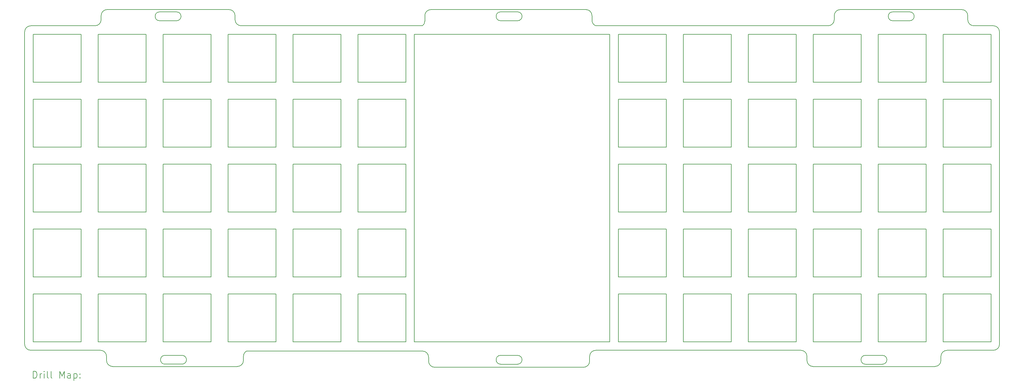
<source format=gbr>
%TF.GenerationSoftware,KiCad,Pcbnew,(6.0.10)*%
%TF.CreationDate,2023-11-27T13:54:31-05:00*%
%TF.ProjectId,tofu60-plate,746f6675-3630-42d7-906c-6174652e6b69,rev?*%
%TF.SameCoordinates,Original*%
%TF.FileFunction,Drillmap*%
%TF.FilePolarity,Positive*%
%FSLAX45Y45*%
G04 Gerber Fmt 4.5, Leading zero omitted, Abs format (unit mm)*
G04 Created by KiCad (PCBNEW (6.0.10)) date 2023-11-27 13:54:31*
%MOMM*%
%LPD*%
G01*
G04 APERTURE LIST*
%ADD10C,0.150000*%
%ADD11C,0.200000*%
G04 APERTURE END LIST*
D10*
X21907817Y-5000695D02*
G75*
G03*
X21976091Y-4860242I-110337J140455D01*
G01*
X29054364Y-5250708D02*
X29054364Y-6655645D01*
X30959402Y-9060724D02*
X30959378Y-10465655D01*
X35269506Y-12870652D02*
X36674443Y-12870634D01*
X20014520Y-14275641D02*
X20014520Y-12870628D01*
X12394441Y-7155716D02*
X13799402Y-7155716D01*
X27649450Y-9060724D02*
X29054364Y-9060724D01*
X10489450Y-10465661D02*
X10489450Y-9060724D01*
X29554441Y-12370669D02*
X29554441Y-10965732D01*
X37290915Y-14525604D02*
G75*
G03*
X37112314Y-14704202I-5J-178596D01*
G01*
X22154691Y-4524441D02*
G75*
G03*
X21976091Y-4703043I-1J-178599D01*
G01*
X14299478Y-14275641D02*
X14299478Y-12870701D01*
X11894364Y-9060724D02*
X11894364Y-10465661D01*
X31459478Y-12370669D02*
X31459478Y-10965732D01*
X16410938Y-4822092D02*
G75*
G03*
X16589666Y-5000692I178602J2D01*
G01*
X11894364Y-12370669D02*
X10489450Y-12370669D01*
X22086410Y-14845430D02*
G75*
G03*
X22265016Y-15024030I178610J10D01*
G01*
X27649450Y-10965732D02*
X29054364Y-10965732D01*
X31459478Y-5250708D02*
X32864416Y-5250708D01*
X16656543Y-14822960D02*
X16656543Y-14704097D01*
X14299478Y-10965732D02*
X15704416Y-10965732D01*
X36197816Y-4852878D02*
G75*
G03*
X36197816Y-4592882I4J129998D01*
G01*
X37174520Y-12370669D02*
X37174520Y-10965732D01*
X17609406Y-12370652D02*
X16204492Y-12370669D01*
X27649450Y-12370669D02*
X27649450Y-10965732D01*
X37898393Y-4822637D02*
G75*
G03*
X38090916Y-5000694I178607J7D01*
G01*
X32864416Y-10965732D02*
X32864392Y-12370657D01*
X34769430Y-12870658D02*
X34769430Y-14275641D01*
X15704392Y-8560642D02*
X14299478Y-8560653D01*
X20014520Y-7155716D02*
X20014520Y-8560653D01*
X11894364Y-10965732D02*
X11894364Y-12370669D01*
X36674443Y-9060724D02*
X36674420Y-10465638D01*
X10418298Y-5000691D02*
X12303466Y-5000691D01*
X21419457Y-5250708D02*
X21419434Y-6655616D01*
X14299478Y-8560653D02*
X14299478Y-7155716D01*
X14355315Y-14673249D02*
G75*
G03*
X14355315Y-14933251I5J-130001D01*
G01*
X37898396Y-4703045D02*
G75*
G03*
X37719796Y-4524445I-178596J5D01*
G01*
X12394441Y-10465661D02*
X12394441Y-9060724D01*
X17609430Y-12870658D02*
X17609430Y-14275641D01*
X27649450Y-12870750D02*
X29054364Y-12870712D01*
X19514443Y-7155716D02*
X19514420Y-8560630D01*
X24197816Y-4852879D02*
X24697816Y-4852879D01*
X22086412Y-14726568D02*
G75*
G03*
X21907815Y-14547968I-178592J8D01*
G01*
X34161916Y-4524444D02*
X37719796Y-4524445D01*
X18109506Y-10465661D02*
X18109506Y-9060724D01*
X27649450Y-14275641D02*
X27649450Y-12870750D01*
X29554441Y-9060724D02*
X30959402Y-9060724D01*
X13799402Y-9060724D02*
X13799378Y-10465655D01*
X17609406Y-6655628D02*
X16204492Y-6655645D01*
X11894364Y-14275641D02*
X10489450Y-14275641D01*
X29054364Y-6655645D02*
X27649450Y-6655645D01*
X38579457Y-12870610D02*
X38579457Y-14275641D01*
X27649450Y-10465661D02*
X27649450Y-9060724D01*
X14696566Y-4852882D02*
G75*
G03*
X14696566Y-4592879I4J130002D01*
G01*
X10239690Y-14346717D02*
G75*
G03*
X10418293Y-14525310I178610J17D01*
G01*
X14196566Y-4592879D02*
X14696566Y-4592879D01*
X19514443Y-5250708D02*
X19514420Y-6655622D01*
X18109506Y-9060724D02*
X19514443Y-9060724D01*
X15704392Y-10465650D02*
X14299478Y-10465661D01*
X35697816Y-4592878D02*
G75*
G03*
X35697816Y-4852882I4J-130002D01*
G01*
X37174520Y-9060724D02*
X38579457Y-9060724D01*
X12394441Y-8560653D02*
X12394441Y-7155716D01*
X29554441Y-8560653D02*
X29554441Y-7155716D01*
X34769430Y-14275641D02*
X33364492Y-14275641D01*
X33361914Y-15001559D02*
X36933714Y-15001559D01*
X13799378Y-12370663D02*
X12394441Y-12370669D01*
X15704416Y-10965732D02*
X15704392Y-12370657D01*
X35697816Y-4592882D02*
X36197816Y-4592882D01*
X24197816Y-4592882D02*
G75*
G03*
X24197816Y-4852879I4J-129999D01*
G01*
X34161916Y-4524436D02*
G75*
G03*
X33983316Y-4703044I-6J-178594D01*
G01*
X35269506Y-14275641D02*
X35269506Y-12870652D01*
X22154691Y-4524443D02*
X26699676Y-4524443D01*
X14299478Y-7155716D02*
X15704416Y-7155716D01*
X33364492Y-12370669D02*
X33364492Y-10965732D01*
X29054364Y-8560653D02*
X27649450Y-8560653D01*
X14196566Y-4592882D02*
G75*
G03*
X14196566Y-4852879I4J-129999D01*
G01*
X19514443Y-10965732D02*
X19514420Y-12370646D01*
X29054364Y-9060724D02*
X29054364Y-10465661D01*
X31459478Y-6655645D02*
X31459478Y-5250708D01*
X20014520Y-12370669D02*
X20014520Y-10965732D01*
X32864416Y-12870683D02*
X32864416Y-14275641D01*
X20014520Y-9060724D02*
X21419457Y-9060724D01*
X10489450Y-6655645D02*
X10489450Y-5250708D01*
X10489450Y-9060724D02*
X11894364Y-9060724D01*
X13799402Y-12870707D02*
X13799402Y-14275641D01*
X29054364Y-14275641D02*
X27649450Y-14275641D01*
X26809214Y-14845430D02*
X26809214Y-14704121D01*
X21419434Y-8560624D02*
X20014520Y-8560653D01*
X38579434Y-6655616D02*
X37174520Y-6655645D01*
X14196566Y-4852879D02*
X14696566Y-4852879D01*
X14299478Y-6655645D02*
X14299478Y-5250708D01*
X15704392Y-12370657D02*
X14299478Y-12370669D01*
X33364492Y-9060724D02*
X34769430Y-9060724D01*
X38829399Y-5179300D02*
G75*
G03*
X38650784Y-5000691I-178619J-10D01*
G01*
X16204492Y-12370669D02*
X16204492Y-10965732D01*
X19514420Y-12370646D02*
X18109506Y-12370669D01*
X33364492Y-12870677D02*
X34769430Y-12870658D01*
X24197815Y-14673547D02*
X24697815Y-14673547D01*
X21419434Y-10465632D02*
X20014520Y-10465661D01*
X11894364Y-5250708D02*
X11894364Y-6655645D01*
X37174520Y-10965732D02*
X38579457Y-10965732D01*
X34769406Y-6655628D02*
X33364492Y-6655645D01*
X18109506Y-12370669D02*
X18109506Y-10965732D01*
X38579457Y-10965732D02*
X38579434Y-12370640D01*
X33983316Y-4703044D02*
X33983316Y-4822094D01*
X31459478Y-14275641D02*
X31459478Y-12870701D01*
X12394441Y-5250708D02*
X13799402Y-5250708D01*
X16748415Y-14547968D02*
X21907815Y-14547968D01*
X24197815Y-14673553D02*
G75*
G03*
X24197815Y-14933547I5J-129997D01*
G01*
X19514420Y-6655622D02*
X18109506Y-6655645D01*
X13799402Y-10965732D02*
X13799378Y-12370663D01*
X16204492Y-9060724D02*
X17609430Y-9060724D01*
X30959402Y-7155716D02*
X30959378Y-8560647D01*
X10489450Y-7155716D02*
X11894364Y-7155716D01*
X20014520Y-7155716D02*
X21419457Y-7155716D01*
X27649450Y-5250708D02*
X29054364Y-5250708D01*
X27399690Y-5250708D02*
X27399690Y-14275641D01*
X33804716Y-5000686D02*
G75*
G03*
X33983316Y-4822094I-6J178606D01*
G01*
X33183314Y-14822959D02*
X33183314Y-14704158D01*
X30959402Y-12870707D02*
X30959402Y-14275641D01*
X35269506Y-7155716D02*
X36674443Y-7155716D01*
X21419434Y-12370640D02*
X20014520Y-12370669D01*
X13799378Y-6655639D02*
X12394441Y-6655645D01*
X33364492Y-10465661D02*
X33364492Y-9060724D01*
X34897815Y-14673871D02*
X35397815Y-14673871D01*
X36674443Y-12870634D02*
X36674443Y-14275641D01*
X38579457Y-5250708D02*
X38579434Y-6655616D01*
X13799378Y-8560647D02*
X12394441Y-8560653D01*
X26878270Y-4835985D02*
G75*
G03*
X26987816Y-5000693I178620J15D01*
G01*
X30959378Y-6655639D02*
X29554441Y-6655645D01*
X20014520Y-6655645D02*
X20014520Y-5250708D01*
X13799402Y-7155716D02*
X13799378Y-8560647D01*
X33183312Y-14704158D02*
G75*
G03*
X33004715Y-14525558I-178602J-2D01*
G01*
X12394441Y-12370669D02*
X12394441Y-10965732D01*
X30959378Y-8560647D02*
X29554441Y-8560653D01*
X14299478Y-10465661D02*
X14299478Y-9060724D01*
X37174520Y-12870628D02*
X38579457Y-12870610D01*
X30959402Y-14275641D02*
X29554441Y-14275641D01*
X20014520Y-5250708D02*
X21419457Y-5250708D01*
X18109506Y-10965732D02*
X19514443Y-10965732D01*
X21669393Y-5250708D02*
X27399690Y-5250708D01*
X20014520Y-10965732D02*
X21419457Y-10965732D01*
X33364492Y-7155716D02*
X34769430Y-7155716D01*
X36674420Y-10465638D02*
X35269506Y-10465661D01*
X37174520Y-8560653D02*
X37174520Y-7155716D01*
X13799402Y-5250708D02*
X13799378Y-6655639D01*
X14299478Y-5250708D02*
X15704416Y-5250708D01*
X37174520Y-6655645D02*
X37174520Y-5250708D01*
X33364492Y-6655645D02*
X33364492Y-5250708D01*
X35269506Y-5250708D02*
X36674443Y-5250708D01*
X32864416Y-9060724D02*
X32864392Y-10465650D01*
X15704416Y-7155716D02*
X15704392Y-8560642D01*
X14299478Y-12370669D02*
X14299478Y-10965732D01*
X36933714Y-15001554D02*
G75*
G03*
X37112314Y-14822959I6J178594D01*
G01*
X27649450Y-8560653D02*
X27649450Y-7155716D01*
X17609430Y-5250708D02*
X17609406Y-6655628D01*
X21419457Y-7155716D02*
X21419434Y-8560624D01*
X21419457Y-14275641D02*
X20014520Y-14275641D01*
X10239690Y-14346717D02*
X10239691Y-5179300D01*
X16204492Y-14275641D02*
X16204492Y-12870677D01*
X36674443Y-5250708D02*
X36674420Y-6655622D01*
X12640806Y-14703974D02*
G75*
G03*
X12462215Y-14525374I-178596J4D01*
G01*
X34769406Y-12370652D02*
X33364492Y-12370669D01*
X12394441Y-14275641D02*
X12394441Y-12870707D01*
X36674420Y-8560630D02*
X35269506Y-8560653D01*
X14299478Y-12870701D02*
X15704416Y-12870683D01*
X38579457Y-7155716D02*
X38579434Y-8560624D01*
X31459478Y-9060724D02*
X32864416Y-9060724D01*
X36674420Y-12370646D02*
X35269506Y-12370669D01*
X19514443Y-12870634D02*
X19514443Y-14275641D01*
X33364492Y-10965732D02*
X34769430Y-10965732D01*
X35697816Y-4852882D02*
X36197816Y-4852882D01*
X12394441Y-12870707D02*
X13799402Y-12870707D01*
X37898396Y-4703045D02*
X37898396Y-4822637D01*
X38579434Y-8560624D02*
X37174520Y-8560653D01*
X33364492Y-5250708D02*
X34769430Y-5250708D01*
X27649450Y-7155716D02*
X29054364Y-7155716D01*
X29554441Y-5250708D02*
X30959402Y-5250708D01*
X20014520Y-12870628D02*
X21419457Y-12870610D01*
X16204492Y-5250708D02*
X17609430Y-5250708D01*
X32864392Y-8560642D02*
X31459478Y-8560653D01*
X12394441Y-14275641D02*
X13799402Y-14275641D01*
X16204492Y-10465661D02*
X16204492Y-9060724D01*
X10489450Y-10965732D02*
X11894364Y-10965732D01*
X35269506Y-9060724D02*
X36674443Y-9060724D01*
X10418298Y-5000690D02*
G75*
G03*
X10239690Y-5179300I2J-178610D01*
G01*
X38650779Y-14525633D02*
G75*
G03*
X38829393Y-14347030I11J178603D01*
G01*
X29554441Y-12870712D02*
X30959402Y-12870707D01*
X33183321Y-14822959D02*
G75*
G03*
X33361914Y-15001559I178589J-11D01*
G01*
X12394441Y-9060724D02*
X13799402Y-9060724D01*
X10489450Y-8560653D02*
X10489450Y-7155716D01*
X34769406Y-10465644D02*
X33364492Y-10465661D01*
X12394441Y-6655645D02*
X12394441Y-5250708D01*
X32864392Y-10465650D02*
X31459478Y-10465661D01*
X35269506Y-8560653D02*
X35269506Y-7155716D01*
X11894364Y-14275641D02*
X11894364Y-12870750D01*
X16204492Y-7155716D02*
X17609430Y-7155716D01*
X37174520Y-5250708D02*
X38579457Y-5250708D01*
X11894364Y-8560653D02*
X10489450Y-8560653D01*
X36674443Y-10965732D02*
X36674420Y-12370646D01*
X16204492Y-6655645D02*
X16204492Y-5250708D01*
X17609430Y-7155716D02*
X17609406Y-8560636D01*
X34897815Y-14673869D02*
G75*
G03*
X34897815Y-14933871I5J-130001D01*
G01*
X27399690Y-14275641D02*
X21669393Y-14275641D01*
X29054364Y-7155716D02*
X29054364Y-8560653D01*
X29054364Y-14275641D02*
X29054364Y-12870712D01*
X14355315Y-14673251D02*
X14855315Y-14673251D01*
X16477943Y-15001563D02*
G75*
G03*
X16656543Y-14822960I-3J178603D01*
G01*
X37290915Y-14525602D02*
X38650779Y-14525637D01*
X33364492Y-8560653D02*
X33364492Y-7155716D01*
X35269506Y-12370669D02*
X35269506Y-10965732D01*
X21669393Y-14275641D02*
X21669393Y-5250708D01*
X14855315Y-14933249D02*
G75*
G03*
X14855315Y-14673251I5J129999D01*
G01*
X21419457Y-10965732D02*
X21419434Y-12370640D01*
X31459478Y-7155716D02*
X32864416Y-7155716D01*
X12660666Y-4524436D02*
G75*
G03*
X12482066Y-4703041I4J-178604D01*
G01*
X35397815Y-14933869D02*
G75*
G03*
X35397815Y-14673871I5J129999D01*
G01*
X37112314Y-14822959D02*
X37112314Y-14704202D01*
X10489450Y-14275641D02*
X10489450Y-12870750D01*
X38090916Y-5000694D02*
X38650784Y-5000691D01*
X34769430Y-7155716D02*
X34769406Y-8560636D01*
X12303466Y-5000686D02*
G75*
G03*
X12482066Y-4822091I4J178596D01*
G01*
X19514420Y-8560630D02*
X18109506Y-8560653D01*
X12660666Y-4524441D02*
X16232339Y-4524442D01*
X16204492Y-8560653D02*
X16204492Y-7155716D01*
X22086416Y-14845430D02*
X22086416Y-14726568D01*
X15704392Y-6655633D02*
X14299478Y-6655645D01*
X38579434Y-12370640D02*
X37174520Y-12370669D01*
X37174520Y-14275641D02*
X37174520Y-12870628D01*
X16410938Y-4703042D02*
G75*
G03*
X16232339Y-4524442I-178598J2D01*
G01*
X32864392Y-6655633D02*
X31459478Y-6655645D01*
X37174520Y-10465661D02*
X37174520Y-9060724D01*
X16589666Y-5000692D02*
X21907816Y-5000693D01*
X32864416Y-7155716D02*
X32864392Y-8560642D01*
X10489450Y-12370669D02*
X10489450Y-10965732D01*
X10418293Y-14525310D02*
X12462215Y-14525374D01*
X21419457Y-9060724D02*
X21419434Y-10465632D01*
X24197816Y-4592879D02*
X24697816Y-4592879D01*
X26878277Y-4703043D02*
G75*
G03*
X26699676Y-4524443I-178597J3D01*
G01*
X21419434Y-6655616D02*
X20014520Y-6655645D01*
X24697815Y-14933553D02*
G75*
G03*
X24697815Y-14673547I5J130003D01*
G01*
X15704416Y-5250708D02*
X15704392Y-6655633D01*
X32864416Y-14275641D02*
X31459478Y-14275641D01*
X29554441Y-10465661D02*
X29554441Y-9060724D01*
X14355315Y-14933251D02*
X14855315Y-14933251D01*
X29554441Y-10965732D02*
X30959402Y-10965732D01*
X18109506Y-8560653D02*
X18109506Y-7155716D01*
X24697816Y-4852882D02*
G75*
G03*
X24697816Y-4592879I4J130002D01*
G01*
X36674443Y-7155716D02*
X36674420Y-8560630D01*
X38579457Y-9060724D02*
X38579434Y-10465632D01*
X11894364Y-6655645D02*
X10489450Y-6655645D01*
X29554441Y-7155716D02*
X30959402Y-7155716D01*
X26987815Y-14525514D02*
G75*
G03*
X26809214Y-14704121I5J-178606D01*
G01*
X30959378Y-10465655D02*
X29554441Y-10465661D01*
X12482066Y-4703041D02*
X12482066Y-4822091D01*
X11894364Y-10465661D02*
X10489450Y-10465661D01*
X19514443Y-14275641D02*
X18109506Y-14275641D01*
X33364492Y-14275641D02*
X33364492Y-12870677D01*
X17609430Y-14275641D02*
X16204492Y-14275641D01*
X16204492Y-10965732D02*
X17609430Y-10965732D01*
X31459478Y-8560653D02*
X31459478Y-7155716D01*
X34769430Y-10965732D02*
X34769406Y-12370652D01*
X26878276Y-4703043D02*
X26878276Y-4835985D01*
X35269506Y-6655645D02*
X35269506Y-5250708D01*
X24197815Y-14933547D02*
X24697815Y-14933547D01*
X30959378Y-12370663D02*
X29554441Y-12370669D01*
X30959402Y-10965732D02*
X30959378Y-12370663D01*
X16204492Y-12870677D02*
X17609430Y-12870658D01*
X11894364Y-7155716D02*
X11894364Y-8560653D01*
X34897815Y-14933871D02*
X35397815Y-14933871D01*
X32864392Y-12370657D02*
X31459478Y-12370669D01*
X19514420Y-10465638D02*
X18109506Y-10465661D01*
X12640810Y-14822960D02*
G75*
G03*
X12819410Y-15001560I178600J0D01*
G01*
X36674420Y-6655622D02*
X35269506Y-6655645D01*
X17609430Y-10965732D02*
X17609406Y-12370652D01*
X15704416Y-9060724D02*
X15704392Y-10465650D01*
X30959402Y-5250708D02*
X30959378Y-6655639D01*
X15704416Y-12870683D02*
X15704416Y-14275641D01*
X20014520Y-10465661D02*
X20014520Y-9060724D01*
X38579434Y-10465632D02*
X37174520Y-10465661D01*
X38579457Y-14275641D02*
X37174520Y-14275641D01*
X17609406Y-10465644D02*
X16204492Y-10465661D01*
X34769430Y-5250708D02*
X34769406Y-6655628D01*
X31459478Y-10465661D02*
X31459478Y-9060724D01*
X18109506Y-14275641D02*
X18109506Y-12870652D01*
X10489450Y-12870750D02*
X11894364Y-12870750D01*
X14299478Y-9060724D02*
X15704416Y-9060724D01*
X29054364Y-10465661D02*
X27649450Y-10465661D01*
X21419457Y-12870610D02*
X21419457Y-14275641D01*
X38829393Y-5179300D02*
X38829393Y-14347030D01*
X26987816Y-5000693D02*
X33804716Y-5000694D01*
X26630614Y-15024024D02*
G75*
G03*
X26809214Y-14845430I6J178594D01*
G01*
X19514443Y-9060724D02*
X19514420Y-10465638D01*
X16410939Y-4703042D02*
X16410939Y-4822092D01*
X13799378Y-10465655D02*
X12394441Y-10465661D01*
X35269506Y-10465661D02*
X35269506Y-9060724D01*
X18109506Y-6655645D02*
X18109506Y-5250708D01*
X22265016Y-15024030D02*
X26630614Y-15024030D01*
X18109506Y-12870652D02*
X19514443Y-12870634D01*
X26987815Y-14525521D02*
X33004715Y-14525558D01*
X31459478Y-12870701D02*
X32864416Y-12870683D01*
X35269506Y-10965732D02*
X36674443Y-10965732D01*
X17609406Y-8560636D02*
X16204492Y-8560653D01*
X12819410Y-15001560D02*
X16477943Y-15001560D01*
X29554441Y-12870712D02*
X29554441Y-14275641D01*
X21976091Y-4703043D02*
X21976091Y-4860242D01*
X29554441Y-6655645D02*
X29554441Y-5250708D01*
X36674443Y-14275641D02*
X35269506Y-14275641D01*
X18109506Y-5250708D02*
X19514443Y-5250708D01*
X27649450Y-6655645D02*
X27649450Y-5250708D01*
X10489450Y-5250708D02*
X11894364Y-5250708D01*
X32864416Y-5250708D02*
X32864392Y-6655633D01*
X12640810Y-14822960D02*
X12640810Y-14703974D01*
X34769430Y-9060724D02*
X34769406Y-10465644D01*
X29054364Y-12370669D02*
X27649450Y-12370669D01*
X17609430Y-9060724D02*
X17609406Y-10465644D01*
X12394441Y-10965732D02*
X13799402Y-10965732D01*
X37174520Y-7155716D02*
X38579457Y-7155716D01*
X29054364Y-10965732D02*
X29054364Y-12370669D01*
X31459478Y-10965732D02*
X32864416Y-10965732D01*
X18109506Y-7155716D02*
X19514443Y-7155716D01*
X34769406Y-8560636D02*
X33364492Y-8560653D01*
X15704416Y-14275641D02*
X14299478Y-14275641D01*
X16748414Y-14547967D02*
G75*
G03*
X16656543Y-14704097I86736J-156133D01*
G01*
D11*
X10489808Y-15342006D02*
X10489808Y-15142006D01*
X10537427Y-15142006D01*
X10565999Y-15151530D01*
X10585047Y-15170578D01*
X10594570Y-15189626D01*
X10604094Y-15227721D01*
X10604094Y-15256292D01*
X10594570Y-15294387D01*
X10585047Y-15313435D01*
X10565999Y-15332483D01*
X10537427Y-15342006D01*
X10489808Y-15342006D01*
X10689808Y-15342006D02*
X10689808Y-15208673D01*
X10689808Y-15246768D02*
X10699332Y-15227721D01*
X10708856Y-15218197D01*
X10727904Y-15208673D01*
X10746951Y-15208673D01*
X10813618Y-15342006D02*
X10813618Y-15208673D01*
X10813618Y-15142006D02*
X10804094Y-15151530D01*
X10813618Y-15161054D01*
X10823142Y-15151530D01*
X10813618Y-15142006D01*
X10813618Y-15161054D01*
X10937427Y-15342006D02*
X10918380Y-15332483D01*
X10908856Y-15313435D01*
X10908856Y-15142006D01*
X11042189Y-15342006D02*
X11023142Y-15332483D01*
X11013618Y-15313435D01*
X11013618Y-15142006D01*
X11270761Y-15342006D02*
X11270761Y-15142006D01*
X11337427Y-15284864D01*
X11404094Y-15142006D01*
X11404094Y-15342006D01*
X11585046Y-15342006D02*
X11585046Y-15237245D01*
X11575523Y-15218197D01*
X11556475Y-15208673D01*
X11518380Y-15208673D01*
X11499332Y-15218197D01*
X11585046Y-15332483D02*
X11565999Y-15342006D01*
X11518380Y-15342006D01*
X11499332Y-15332483D01*
X11489808Y-15313435D01*
X11489808Y-15294387D01*
X11499332Y-15275340D01*
X11518380Y-15265816D01*
X11565999Y-15265816D01*
X11585046Y-15256292D01*
X11680285Y-15208673D02*
X11680285Y-15408673D01*
X11680285Y-15218197D02*
X11699332Y-15208673D01*
X11737427Y-15208673D01*
X11756475Y-15218197D01*
X11765999Y-15227721D01*
X11775523Y-15246768D01*
X11775523Y-15303911D01*
X11765999Y-15322959D01*
X11756475Y-15332483D01*
X11737427Y-15342006D01*
X11699332Y-15342006D01*
X11680285Y-15332483D01*
X11861237Y-15322959D02*
X11870761Y-15332483D01*
X11861237Y-15342006D01*
X11851713Y-15332483D01*
X11861237Y-15322959D01*
X11861237Y-15342006D01*
X11861237Y-15218197D02*
X11870761Y-15227721D01*
X11861237Y-15237245D01*
X11851713Y-15227721D01*
X11861237Y-15218197D01*
X11861237Y-15237245D01*
M02*

</source>
